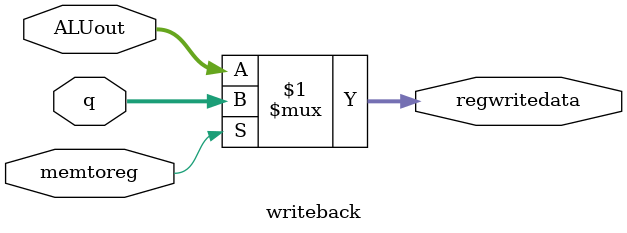
<source format=sv>
module writeback(
input logic [31:0]ALUout,
input logic [31:0]q,
input logic memtoreg,
output logic [31:0]regwritedata);

assign regwritedata=(memtoreg?q:ALUout);
endmodule

</source>
